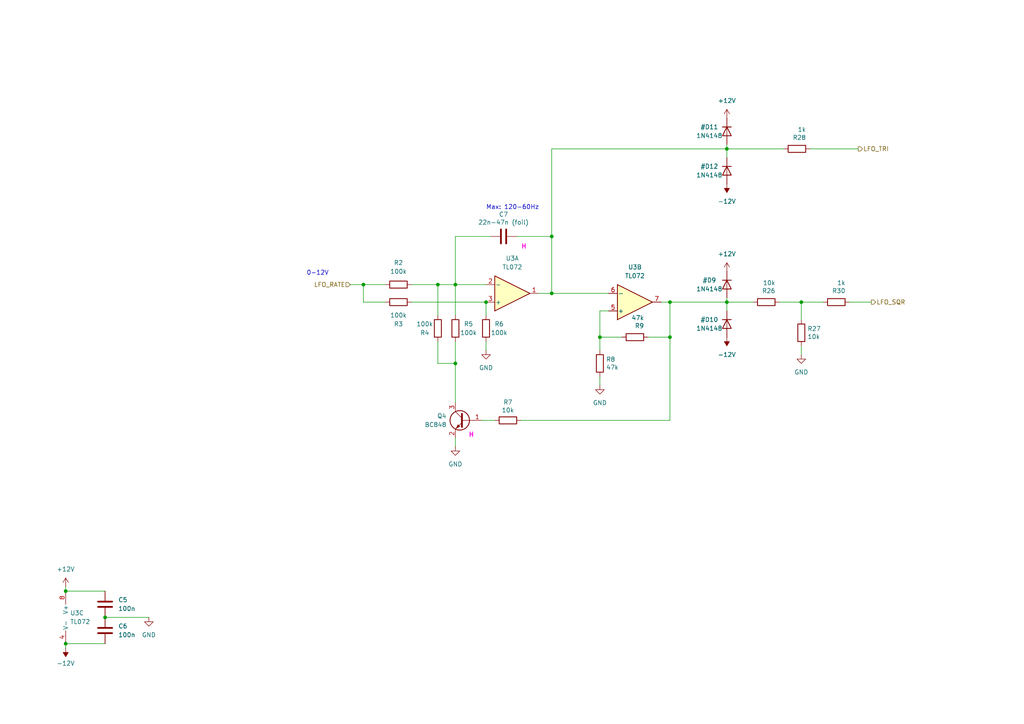
<source format=kicad_sch>
(kicad_sch (version 20250114) (generator "eeschema") (generator_version "9.0")
  (paper "A4")
  (lib_symbols
    (symbol "Amplifier_Operational:TL072" (pin_names (offset 0.127))
      (property "Reference" "U" (at 0 5.08 0))
      (property "Value" "TL072" (at 0 -5.08 0))
      (symbol "TL072_1_1"
        (polyline (pts (xy -5.08 5.08) (xy 5.08 0) (xy -5.08 -5.08) (xy -5.08 5.08)) (stroke (width 0.254)) (fill (type background)))
        (pin input line (at -7.62 2.54 0) (length 2.54) (name "+") (number "3"))
        (pin input line (at -7.62 -2.54 0) (length 2.54) (name "-") (number "2"))
        (pin output line (at 7.62 0 180) (length 2.54) (name "~") (number "1"))
      )
      (symbol "TL072_2_1"
        (polyline (pts (xy -5.08 5.08) (xy 5.08 0) (xy -5.08 -5.08) (xy -5.08 5.08)) (stroke (width 0.254)) (fill (type background)))
        (pin input line (at -7.62 2.54 0) (length 2.54) (name "+") (number "5"))
        (pin input line (at -7.62 -2.54 0) (length 2.54) (name "-") (number "6"))
        (pin output line (at 7.62 0 180) (length 2.54) (name "~") (number "7"))
      )
      (symbol "TL072_3_1"
        (pin power_in line (at -2.54 7.62 270) (length 3.81) (name "V+") (number "8"))
        (pin power_in line (at -2.54 -7.62 90) (length 3.81) (name "V-") (number "4"))
      )
    )
    (symbol "Device:C" (pin_numbers (hide yes)) (pin_names (offset 0.254))
      (property "Reference" "C" (at 0.635 2.54 0))
      (property "Value" "C" (at 0.635 -2.54 0))
      (symbol "C_0_1"
        (polyline (pts (xy -2.032 0.762) (xy 2.032 0.762)) (stroke (width 0.508)))
        (polyline (pts (xy -2.032 -0.762) (xy 2.032 -0.762)) (stroke (width 0.508)))
      )
      (symbol "C_1_1"
        (pin passive line (at 0 3.81 270) (length 2.794) (name "~") (number "1"))
        (pin passive line (at 0 -3.81 90) (length 2.794) (name "~") (number "2"))
      )
    )
    (symbol "Device:D" (pin_numbers (hide yes)) (pin_names (offset 1.016) (hide yes))
      (property "Reference" "D" (at 0 2.54 0))
      (property "Value" "D" (at 0 -2.54 0))
      (symbol "D_0_1"
        (polyline (pts (xy -1.27 1.27) (xy -1.27 -1.27)) (stroke (width 0.254)))
        (polyline (pts (xy 1.27 1.27) (xy 1.27 -1.27) (xy -1.27 0) (xy 1.27 1.27)) (stroke (width 0.254)))
        (polyline (pts (xy 1.27 0) (xy -1.27 0)))
      )
      (symbol "D_1_1"
        (pin passive line (at -3.81 0 0) (length 2.54) (name "K") (number "1"))
        (pin passive line (at 3.81 0 180) (length 2.54) (name "A") (number "2"))
      )
    )
    (symbol "Device:R" (pin_numbers (hide yes)) (pin_names (offset 0))
      (property "Reference" "R" (at 2.032 0 90))
      (property "Value" "R" (at 0 0 90))
      (symbol "R_0_1"
        (rectangle (start -1.016 -2.54) (end 1.016 2.54) (stroke (width 0.254)))
      )
      (symbol "R_1_1"
        (pin passive line (at 0 3.81 270) (length 1.27) (name "~") (number "1"))
        (pin passive line (at 0 -3.81 90) (length 1.27) (name "~") (number "2"))
      )
    )
    (symbol "Transistor_BJT:BC848" (pin_names (offset 0) (hide yes))
      (property "Reference" "Q" (at 5.08 1.905 0))
      (property "Value" "BC848" (at 5.08 0 0))
      (symbol "BC848_0_1"
        (polyline (pts (xy -2.54 0) (xy 0.635 0)))
        (polyline (pts (xy 0.635 1.905) (xy 0.635 -1.905)) (stroke (width 0.508)))
        (circle (center 1.27 0) (radius 2.8194) (stroke (width 0.254)))
      )
      (symbol "BC848_1_1"
        (polyline (pts (xy 0.635 0.635) (xy 2.54 2.54)))
        (polyline (pts (xy 0.635 -0.635) (xy 2.54 -2.54)))
        (polyline (pts (xy 1.27 -1.778) (xy 1.778 -1.27) (xy 2.286 -2.286) (xy 1.27 -1.778)) (fill (type outline)))
        (pin input line (at -5.08 0 0) (length 2.54) (name "B") (number "1"))
        (pin passive line (at 2.54 5.08 270) (length 2.54) (name "C") (number "3"))
        (pin passive line (at 2.54 -5.08 90) (length 2.54) (name "E") (number "2"))
      )
    )
    (symbol "power:+12V" (power) (pin_numbers (hide yes)) (pin_names (offset 0) (hide yes))
      (property "Value" "+12V" (at 0 3.556 0))
      (symbol "+12V_0_1"
        (polyline (pts (xy -0.762 1.27) (xy 0 2.54)))
        (polyline (pts (xy 0 2.54) (xy 0.762 1.27)))
        (polyline (pts (xy 0 0) (xy 0 2.54)))
      )
      (symbol "+12V_1_1"
        (pin power_in line (at 0 0 90) (length 0) (name "~") (number "1"))
      )
    )
    (symbol "power:-12V" (power) (pin_numbers (hide yes)) (pin_names (offset 0) (hide yes))
      (property "Value" "-12V" (at 0 3.556 0))
      (symbol "-12V_0_0"
        (pin power_in line (at 0 0 90) (length 0) (name "~") (number "1"))
      )
      (symbol "-12V_0_1"
        (polyline (pts (xy 0 0) (xy 0 1.27) (xy 0.762 1.27) (xy 0 2.54) (xy -0.762 1.27) (xy 0 1.27)) (fill (type outline)))
      )
    )
    (symbol "power:GND" (power) (pin_numbers (hide yes)) (pin_names (offset 0) (hide yes))
      (property "Value" "GND" (at 0 -3.81 0))
      (symbol "GND_0_1"
        (polyline (pts (xy 0 0) (xy 0 -1.27) (xy 1.27 -1.27) (xy 0 -2.54) (xy -1.27 -1.27) (xy 0 -1.27)))
      )
      (symbol "GND_1_1"
        (pin power_in line (at 0 0 270) (length 0) (name "~") (number "1"))
      )
    )
  )
  (text "H" (at 135.89 127 0) (effects (font (size 1.27 1.27) (thickness 0.254) (bold yes)) (justify left bottom)))
  (text "Max: 120-60Hz" (at 140.97 60.96 0) (effects (font (size 1.27 1.27)) (justify left bottom)))
  (text "0-12V" (at 88.9 80.01 0) (effects (font (size 1.27 1.27)) (justify left bottom)))
  (text "H" (at 151.13 72.39 0) (effects (font (size 1.27 1.27) (thickness 0.254) (bold yes)) (justify left bottom)))
  (junction (at 210.82 43.18))
  (junction (at 194.31 97.79))
  (junction (at 160.02 85.09))
  (junction (at 19.05 186.69))
  (junction (at 194.31 87.63))
  (junction (at 132.08 105.41))
  (junction (at 173.99 97.79))
  (junction (at 105.41 82.55))
  (junction (at 30.48 179.07))
  (junction (at 160.02 68.58))
  (junction (at 140.97 87.63))
  (junction (at 19.05 171.45))
  (junction (at 232.41 87.63))
  (junction (at 127 82.55))
  (junction (at 132.08 82.55))
  (junction (at 210.82 87.63))
  (wire (pts (xy 210.82 86.36) (xy 210.82 87.63)))
  (wire (pts (xy 149.86 68.58) (xy 160.02 68.58)))
  (wire (pts (xy 143.51 121.92) (xy 139.7 121.92)))
  (wire (pts (xy 210.82 43.18) (xy 210.82 45.72)))
  (wire (pts (xy 173.99 111.76) (xy 173.99 109.22)))
  (wire (pts (xy 210.82 43.18) (xy 227.33 43.18)))
  (wire (pts (xy 173.99 90.17) (xy 173.99 97.79)))
  (wire (pts (xy 194.31 121.92) (xy 151.13 121.92)))
  (wire (pts (xy 127 99.06) (xy 127 105.41)))
  (wire (pts (xy 119.38 82.55) (xy 127 82.55)))
  (wire (pts (xy 132.08 116.84) (xy 132.08 105.41)))
  (wire (pts (xy 127 82.55) (xy 132.08 82.55)))
  (wire (pts (xy 246.38 87.63) (xy 252.73 87.63)))
  (wire (pts (xy 160.02 85.09) (xy 176.53 85.09)))
  (wire (pts (xy 19.05 171.45) (xy 30.48 171.45)))
  (wire (pts (xy 127 91.44) (xy 127 82.55)))
  (wire (pts (xy 187.96 97.79) (xy 194.31 97.79)))
  (wire (pts (xy 194.31 87.63) (xy 194.31 97.79)))
  (wire (pts (xy 132.08 82.55) (xy 132.08 91.44)))
  (wire (pts (xy 160.02 85.09) (xy 156.21 85.09)))
  (wire (pts (xy 160.02 68.58) (xy 160.02 85.09)))
  (wire (pts (xy 210.82 87.63) (xy 218.44 87.63)))
  (wire (pts (xy 119.38 87.63) (xy 140.97 87.63)))
  (wire (pts (xy 111.76 87.63) (xy 105.41 87.63)))
  (wire (pts (xy 210.82 87.63) (xy 210.82 90.17)))
  (wire (pts (xy 101.6 82.55) (xy 105.41 82.55)))
  (wire (pts (xy 140.97 87.63) (xy 140.97 91.44)))
  (wire (pts (xy 180.34 97.79) (xy 173.99 97.79)))
  (wire (pts (xy 160.02 43.18) (xy 210.82 43.18)))
  (wire (pts (xy 191.77 87.63) (xy 194.31 87.63)))
  (wire (pts (xy 132.08 129.54) (xy 132.08 127)))
  (wire (pts (xy 232.41 87.63) (xy 232.41 92.71)))
  (wire (pts (xy 132.08 68.58) (xy 142.24 68.58)))
  (wire (pts (xy 132.08 82.55) (xy 140.97 82.55)))
  (wire (pts (xy 19.05 186.69) (xy 30.48 186.69)))
  (wire (pts (xy 140.97 101.6) (xy 140.97 99.06)))
  (wire (pts (xy 232.41 102.87) (xy 232.41 100.33)))
  (wire (pts (xy 194.31 87.63) (xy 210.82 87.63)))
  (wire (pts (xy 176.53 90.17) (xy 173.99 90.17)))
  (wire (pts (xy 30.48 179.07) (xy 43.18 179.07)))
  (wire (pts (xy 232.41 87.63) (xy 238.76 87.63)))
  (wire (pts (xy 234.95 43.18) (xy 248.92 43.18)))
  (wire (pts (xy 105.41 82.55) (xy 111.76 82.55)))
  (wire (pts (xy 127 105.41) (xy 132.08 105.41)))
  (wire (pts (xy 19.05 187.96) (xy 19.05 186.69)))
  (wire (pts (xy 19.05 170.18) (xy 19.05 171.45)))
  (wire (pts (xy 226.06 87.63) (xy 232.41 87.63)))
  (wire (pts (xy 210.82 41.91) (xy 210.82 43.18)))
  (wire (pts (xy 132.08 105.41) (xy 132.08 99.06)))
  (wire (pts (xy 132.08 68.58) (xy 132.08 82.55)))
  (wire (pts (xy 194.31 97.79) (xy 194.31 121.92)))
  (wire (pts (xy 105.41 87.63) (xy 105.41 82.55)))
  (wire (pts (xy 160.02 43.18) (xy 160.02 68.58)))
  (wire (pts (xy 173.99 97.79) (xy 173.99 101.6)))
  (hierarchical_label "LFO_TRI" (shape output) (at 248.92 43.18 0))
  (hierarchical_label "LFO_RATE" (shape input) (at 101.6 82.55 180))
  (hierarchical_label "LFO_SQR" (shape output) (at 252.73 87.63 0))
  (symbol (lib_id "Device:D") (at 210.82 38.1 90) (mirror x) (unit 1)
    (property "Reference" "#D11" (at 205.74 36.83 90))
    (property "Value" "1N4148" (at 205.74 39.37 90))
    (property "Footprint" "Diode_SMD:D_SOD-123" (effects (hide yes)))
    (property "LCSC" "C81598" (effects (hide yes)))
    (property "Sim.Device" "D" (effects (hide yes)))
    (property "Sim.Pins" "1=K 2=A" (effects (hide yes)))
    (property "Vendor" "JLCPCB" (effects (hide yes)))
  )
  (symbol (lib_id "Device:R") (at 231.14 43.18 90) (unit 1)
    (property "Reference" "R28" (at 233.807 39.9034 90) (effects (justify left)))
    (property "Value" "1k" (at 233.807 37.592 90) (effects (justify left)))
    (property "Footprint" "Resistor_SMD:R_0603_1608Metric" (effects (hide yes)))
    (property "LCSC" "C21190" (effects (hide yes)))
    (property "Vendor" "JLCPCB" (effects (hide yes)))
    (property "CHECKED" "YES" (effects (hide yes)))
  )
  (symbol (lib_id "power:GND") (at 140.97 101.6 0) (unit 1)
    (property "Reference" "#PWR08" (effects (hide yes)))
    (property "Value" "GND" (at 140.97 106.68 0))
    (property "Description" "Power symbol creates a global label with name \"GND\" , ground" (effects (hide yes)))
  )
  (symbol (lib_id "power:GND") (at 173.99 111.76 0) (unit 1)
    (property "Reference" "#PWR09" (effects (hide yes)))
    (property "Value" "GND" (at 173.99 116.84 0))
    (property "Description" "Power symbol creates a global label with name \"GND\" , ground" (effects (hide yes)))
  )
  (symbol (lib_id "Device:C") (at 30.48 182.88 0) (unit 1)
    (property "Reference" "C6" (at 34.29 181.61 0) (effects (justify left)))
    (property "Value" "100n" (at 34.29 184.15 0) (effects (justify left)))
    (property "Footprint" "Capacitor_SMD:C_0603_1608Metric" (effects (hide yes)))
    (property "LCSC" "C14663" (effects (hide yes)))
    (property "Vendor" "JLCPCB" (effects (hide yes)))
    (property "CHECKED" "YES" (effects (hide yes)))
  )
  (symbol (lib_id "Device:D") (at 210.82 93.98 90) (mirror x) (unit 1)
    (property "Reference" "#D10" (at 205.74 92.71 90))
    (property "Value" "1N4148" (at 205.74 95.25 90))
    (property "Footprint" "Diode_SMD:D_SOD-123" (effects (hide yes)))
    (property "LCSC" "C81598" (effects (hide yes)))
    (property "Sim.Device" "D" (effects (hide yes)))
    (property "Sim.Pins" "1=K 2=A" (effects (hide yes)))
    (property "Vendor" "JLCPCB" (effects (hide yes)))
  )
  (symbol (lib_id "Amplifier_Operational:TL072") (at 21.59 179.07 0) (unit 3)
    (property "Reference" "U3" (at 20.32 177.8 0) (effects (justify left)))
    (property "Value" "TL072" (at 20.32 180.34 0) (effects (justify left)))
    (property "Footprint" "Package_SO:SOIC-8_3.9x4.9mm_P1.27mm" (effects (hide yes)))
    (property "Datasheet" "http://www.ti.com/lit/ds/symlink/tl071.pdf" (effects (hide yes)))
    (property "LCSC" "C6961" (effects (hide yes)))
    (property "Vendor" "JLCPCB" (effects (hide yes)))
    (property "CHECKED" "YES" (effects (hide yes)))
  )
  (symbol (lib_id "Device:D") (at 210.82 82.55 90) (mirror x) (unit 1)
    (property "Reference" "#D9" (at 205.74 81.28 90))
    (property "Value" "1N4148" (at 205.74 83.82 90))
    (property "Footprint" "Diode_SMD:D_SOD-123" (effects (hide yes)))
    (property "LCSC" "C81598" (effects (hide yes)))
    (property "Sim.Device" "D" (effects (hide yes)))
    (property "Sim.Pins" "1=K 2=A" (effects (hide yes)))
    (property "Vendor" "JLCPCB" (effects (hide yes)))
  )
  (symbol (lib_id "power:+12V") (at 210.82 78.74 0) (unit 1)
    (property "Reference" "#PWR045" (effects (hide yes)))
    (property "Value" "+12V" (at 210.82 73.66 0))
    (property "Description" "Power symbol creates a global label with name \"+12V\"" (effects (hide yes)))
  )
  (symbol (lib_id "Device:R") (at 147.32 121.92 270) (unit 1)
    (property "Reference" "R7" (at 147.32 116.6622 90))
    (property "Value" "10k" (at 147.32 118.9736 90))
    (property "Footprint" "Resistor_SMD:R_0603_1608Metric" (effects (hide yes)))
    (property "LCSC" "C25804" (effects (hide yes)))
    (property "Vendor" "JLCPCB" (effects (hide yes)))
    (property "CHECKED" "YES" (effects (hide yes)))
  )
  (symbol (lib_id "Device:R") (at 184.15 97.79 90) (unit 1)
    (property "Reference" "R9" (at 186.817 94.5134 90) (effects (justify left)))
    (property "Value" "47k" (at 186.817 92.202 90) (effects (justify left)))
    (property "Footprint" "Resistor_SMD:R_0603_1608Metric" (effects (hide yes)))
    (property "LCSC" "C25819" (effects (hide yes)))
    (property "Vendor" "JLCPCB" (effects (hide yes)))
    (property "CHECKED" "YES" (effects (hide yes)))
  )
  (symbol (lib_id "power:+12V") (at 210.82 34.29 0) (unit 1)
    (property "Reference" "#PWR047" (effects (hide yes)))
    (property "Value" "+12V" (at 210.82 29.21 0))
    (property "Description" "Power symbol creates a global label with name \"+12V\"" (effects (hide yes)))
  )
  (symbol (lib_id "Device:C") (at 146.05 68.58 270) (unit 1)
    (property "Reference" "C7" (at 146.05 62.1792 90))
    (property "Value" "22n-47n (foil)" (at 146.05 64.4906 90))
    (property "Footprint" "Capacitor_THT:C_Rect_L7.0mm_W2.5mm_P5.00mm" (effects (hide yes)))
    (property "Part No." "80-R82EC1330AA50K " (effects (hide yes)))
    (property "Part URL" "https://mou.sr/3BhmOHr" (effects (hide yes)))
    (property "Vendor" "Mouser" (effects (hide yes)))
    (property "CHECKED" "YES" (effects (hide yes)))
  )
  (symbol (lib_id "power:GND") (at 43.18 179.07 0) (unit 1)
    (property "Reference" "#PWR06" (effects (hide yes)))
    (property "Value" "GND" (at 43.18 184.15 0))
    (property "Description" "Power symbol creates a global label with name \"GND\" , ground" (effects (hide yes)))
  )
  (symbol (lib_id "Device:R") (at 140.97 95.25 0) (unit 1)
    (property "Reference" "R6" (at 144.78 93.98 0))
    (property "Value" "100k" (at 144.78 96.52 0))
    (property "Footprint" "Resistor_SMD:R_0603_1608Metric" (effects (hide yes)))
    (property "LCSC" "C25803" (effects (hide yes)))
    (property "Vendor" "JLCPCB" (effects (hide yes)))
    (property "CHECKED" "YES" (effects (hide yes)))
  )
  (symbol (lib_id "power:-12V") (at 210.82 97.79 180) (unit 1)
    (property "Reference" "#PWR046" (effects (hide yes)))
    (property "Value" "-12V" (at 210.82 102.87 0))
    (property "Description" "Power symbol creates a global label with name \"-12V\"" (effects (hide yes)))
  )
  (symbol (lib_id "Device:R") (at 127 95.25 180) (unit 1)
    (property "Reference" "R4" (at 123.19 96.52 0))
    (property "Value" "100k" (at 123.19 93.98 0))
    (property "Footprint" "Resistor_SMD:R_0603_1608Metric" (effects (hide yes)))
    (property "LCSC" "C25803" (effects (hide yes)))
    (property "Vendor" "JLCPCB" (effects (hide yes)))
    (property "CHECKED" "YES" (effects (hide yes)))
  )
  (symbol (lib_id "Device:R") (at 115.57 82.55 90) (unit 1)
    (property "Reference" "R2" (at 115.57 76.2 90))
    (property "Value" "100k" (at 115.57 78.74 90))
    (property "Footprint" "Resistor_SMD:R_0603_1608Metric" (effects (hide yes)))
    (property "LCSC" "C25803" (effects (hide yes)))
    (property "Vendor" "JLCPCB" (effects (hide yes)))
    (property "CHECKED" "YES" (effects (hide yes)))
  )
  (symbol (lib_id "power:+12V") (at 19.05 170.18 0) (unit 1)
    (property "Reference" "#PWR04" (effects (hide yes)))
    (property "Value" "+12V" (at 19.05 165.1 0))
    (property "Description" "Power symbol creates a global label with name \"+12V\"" (effects (hide yes)))
  )
  (symbol (lib_id "Device:C") (at 30.48 175.26 0) (unit 1)
    (property "Reference" "C5" (at 34.29 173.99 0) (effects (justify left)))
    (property "Value" "100n" (at 34.29 176.53 0) (effects (justify left)))
    (property "Footprint" "Capacitor_SMD:C_0603_1608Metric" (effects (hide yes)))
    (property "LCSC" "C14663" (effects (hide yes)))
    (property "Vendor" "JLCPCB" (effects (hide yes)))
    (property "CHECKED" "YES" (effects (hide yes)))
  )
  (symbol (lib_id "Device:R") (at 115.57 87.63 270) (unit 1)
    (property "Reference" "R3" (at 115.57 93.98 90))
    (property "Value" "100k" (at 115.57 91.44 90))
    (property "Footprint" "Resistor_SMD:R_0603_1608Metric" (effects (hide yes)))
    (property "LCSC" "C25803" (effects (hide yes)))
    (property "Vendor" "JLCPCB" (effects (hide yes)))
    (property "CHECKED" "YES" (effects (hide yes)))
  )
  (symbol (lib_id "power:GND") (at 232.41 102.87 0) (unit 1)
    (property "Reference" "#PWR038" (effects (hide yes)))
    (property "Value" "GND" (at 232.41 107.95 0))
    (property "Description" "Power symbol creates a global label with name \"GND\" , ground" (effects (hide yes)))
  )
  (symbol (lib_id "power:-12V") (at 210.82 53.34 180) (unit 1)
    (property "Reference" "#PWR048" (effects (hide yes)))
    (property "Value" "-12V" (at 210.82 58.42 0))
    (property "Description" "Power symbol creates a global label with name \"-12V\"" (effects (hide yes)))
  )
  (symbol (lib_id "Transistor_BJT:BC848") (at 134.62 121.92 0) (mirror y) (unit 1)
    (property "Reference" "Q4" (at 129.54 120.6499 0) (effects (justify left)))
    (property "Value" "BC848" (at 129.54 123.1899 0) (effects (justify left)))
    (property "Footprint" "Package_TO_SOT_SMD:SOT-23" (effects (hide yes)))
    (property "Datasheet" "https://jlcpcb.com/api/file/downloadByFileSystemAccessId/8588885176806494208" (effects (hide yes)))
    (property "Description" "0.1A Ic, 30V Vce, NPN Transistor, SOT-23" (effects (hide yes)))
    (property "Vendor" "JLCPCB" (effects (hide yes)))
    (property "LCSC" "C458985" (effects (hide yes)))
    (property "CHECKED" "YES" (effects (hide yes)))
  )
  (symbol (lib_id "power:-12V") (at 19.05 187.96 180) (unit 1)
    (property "Reference" "#PWR05" (effects (hide yes)))
    (property "Value" "-12V" (at 19.05 192.405 0))
    (property "Description" "Power symbol creates a global label with name \"-12V\"" (effects (hide yes)))
  )
  (symbol (lib_id "Device:R") (at 132.08 95.25 0) (unit 1)
    (property "Reference" "R5" (at 135.89 93.98 0))
    (property "Value" "100k" (at 135.89 96.52 0))
    (property "Footprint" "Resistor_SMD:R_0603_1608Metric" (effects (hide yes)))
    (property "LCSC" "C25803" (effects (hide yes)))
    (property "Vendor" "JLCPCB" (effects (hide yes)))
    (property "CHECKED" "YES" (effects (hide yes)))
  )
  (symbol (lib_id "Device:R") (at 232.41 96.52 0) (unit 1)
    (property "Reference" "R27" (at 234.188 95.3516 0) (effects (justify left)))
    (property "Value" "10k" (at 234.188 97.663 0) (effects (justify left)))
    (property "Footprint" "Resistor_SMD:R_0603_1608Metric" (effects (hide yes)))
    (property "LCSC" "C25804" (effects (hide yes)))
    (property "Vendor" "JLCPCB" (effects (hide yes)))
    (property "CHECKED" "YES" (effects (hide yes)))
  )
  (symbol (lib_id "Device:D") (at 210.82 49.53 90) (mirror x) (unit 1)
    (property "Reference" "#D12" (at 205.74 48.26 90))
    (property "Value" "1N4148" (at 205.74 50.8 90))
    (property "Footprint" "Diode_SMD:D_SOD-123" (effects (hide yes)))
    (property "LCSC" "C81598" (effects (hide yes)))
    (property "Sim.Device" "D" (effects (hide yes)))
    (property "Sim.Pins" "1=K 2=A" (effects (hide yes)))
    (property "Vendor" "JLCPCB" (effects (hide yes)))
  )
  (symbol (lib_id "Amplifier_Operational:TL072") (at 184.15 87.63 0) (mirror x) (unit 2)
    (property "Reference" "U3" (at 184.15 77.47 0))
    (property "Value" "TL072" (at 184.15 80.01 0))
    (property "Footprint" "Package_SO:SOIC-8_3.9x4.9mm_P1.27mm" (effects (hide yes)))
    (property "Datasheet" "http://www.ti.com/lit/ds/symlink/tl071.pdf" (effects (hide yes)))
    (property "LCSC" "C6961" (effects (hide yes)))
    (property "Vendor" "JLCPCB" (effects (hide yes)))
    (property "CHECKED" "YES" (effects (hide yes)))
  )
  (symbol (lib_id "Device:R") (at 222.25 87.63 90) (unit 1)
    (property "Reference" "R26" (at 224.917 84.3534 90) (effects (justify left)))
    (property "Value" "10k" (at 224.917 82.042 90) (effects (justify left)))
    (property "Footprint" "Resistor_SMD:R_0603_1608Metric" (effects (hide yes)))
    (property "LCSC" "C25804" (effects (hide yes)))
    (property "Vendor" "JLCPCB" (effects (hide yes)))
    (property "CHECKED" "YES" (effects (hide yes)))
  )
  (symbol (lib_id "power:GND") (at 132.08 129.54 0) (unit 1)
    (property "Reference" "#PWR07" (effects (hide yes)))
    (property "Value" "GND" (at 132.08 134.62 0))
    (property "Description" "Power symbol creates a global label with name \"GND\" , ground" (effects (hide yes)))
  )
  (symbol (lib_id "Amplifier_Operational:TL072") (at 148.59 85.09 0) (mirror x) (unit 1)
    (property "Reference" "U3" (at 148.59 74.93 0))
    (property "Value" "TL072" (at 148.59 77.47 0))
    (property "Footprint" "Package_SO:SOIC-8_3.9x4.9mm_P1.27mm" (effects (hide yes)))
    (property "Datasheet" "http://www.ti.com/lit/ds/symlink/tl071.pdf" (effects (hide yes)))
    (property "LCSC" "C6961" (effects (hide yes)))
    (property "Vendor" "JLCPCB" (effects (hide yes)))
    (property "CHECKED" "YES" (effects (hide yes)))
  )
  (symbol (lib_id "Device:R") (at 242.57 87.63 90) (unit 1)
    (property "Reference" "R30" (at 245.237 84.3534 90) (effects (justify left)))
    (property "Value" "1k" (at 245.237 82.042 90) (effects (justify left)))
    (property "Footprint" "Resistor_SMD:R_0603_1608Metric" (effects (hide yes)))
    (property "LCSC" "C21190" (effects (hide yes)))
    (property "Vendor" "JLCPCB" (effects (hide yes)))
    (property "CHECKED" "YES" (effects (hide yes)))
  )
  (symbol (lib_id "Device:R") (at 173.99 105.41 0) (unit 1)
    (property "Reference" "R8" (at 175.768 104.2416 0) (effects (justify left)))
    (property "Value" "47k" (at 175.768 106.553 0) (effects (justify left)))
    (property "Footprint" "Resistor_SMD:R_0603_1608Metric" (effects (hide yes)))
    (property "LCSC" "C25819" (effects (hide yes)))
    (property "Vendor" "JLCPCB" (effects (hide yes)))
    (property "CHECKED" "YES" (effects (hide yes)))
  )
)
</source>
